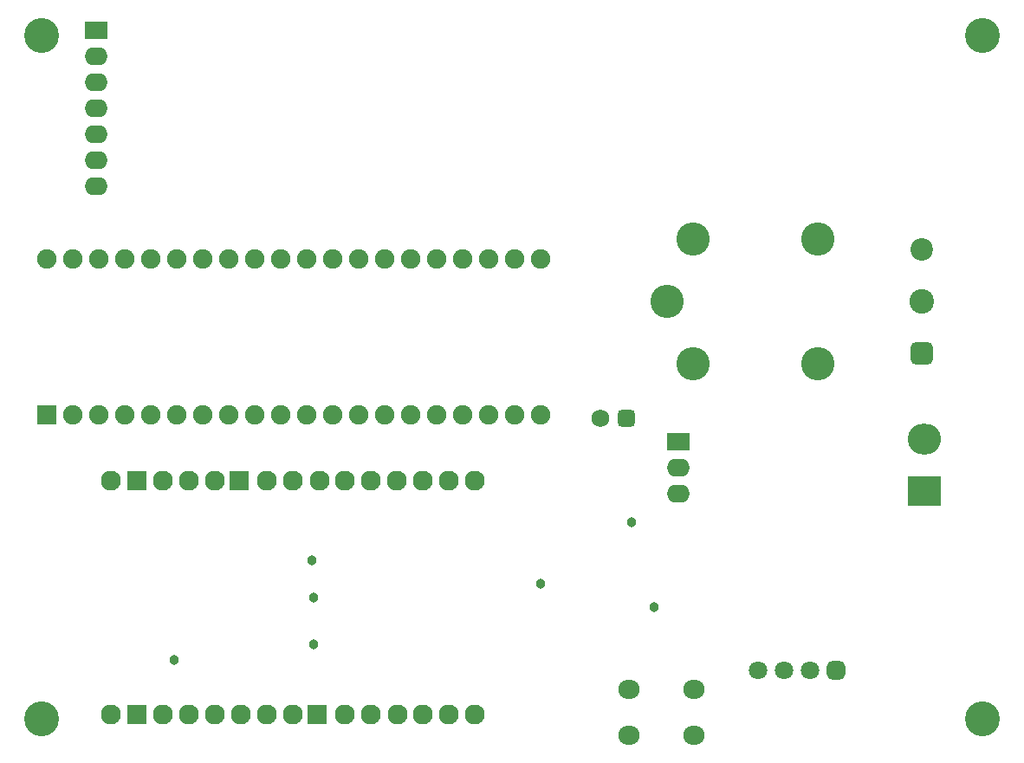
<source format=gbs>
G04*
G04 #@! TF.GenerationSoftware,Altium Limited,Altium Designer,21.3.2 (30)*
G04*
G04 Layer_Color=16711935*
%FSTAX24Y24*%
%MOIN*%
G70*
G04*
G04 #@! TF.SameCoordinates,DBE85665-E0BB-432C-AE5E-D4A4B8DC2BF9*
G04*
G04*
G04 #@! TF.FilePolarity,Negative*
G04*
G01*
G75*
%ADD33C,0.1340*%
%ADD35C,0.0680*%
%ADD36C,0.0770*%
%ADD37R,0.0770X0.0770*%
%ADD38R,0.1280X0.1180*%
%ADD39O,0.1280X0.1180*%
G04:AMPARAMS|DCode=40|XSize=68mil|YSize=68mil|CornerRadius=19mil|HoleSize=0mil|Usage=FLASHONLY|Rotation=180.000|XOffset=0mil|YOffset=0mil|HoleType=Round|Shape=RoundedRectangle|*
%AMROUNDEDRECTD40*
21,1,0.0680,0.0300,0,0,180.0*
21,1,0.0300,0.0680,0,0,180.0*
1,1,0.0380,-0.0150,0.0150*
1,1,0.0380,0.0150,0.0150*
1,1,0.0380,0.0150,-0.0150*
1,1,0.0380,-0.0150,-0.0150*
%
%ADD40ROUNDEDRECTD40*%
%ADD41C,0.0749*%
%ADD42R,0.0749X0.0749*%
G04:AMPARAMS|DCode=43|XSize=71mil|YSize=71mil|CornerRadius=19.7mil|HoleSize=0mil|Usage=FLASHONLY|Rotation=180.000|XOffset=0mil|YOffset=0mil|HoleType=Round|Shape=RoundedRectangle|*
%AMROUNDEDRECTD43*
21,1,0.0710,0.0315,0,0,180.0*
21,1,0.0315,0.0710,0,0,180.0*
1,1,0.0395,-0.0157,0.0157*
1,1,0.0395,0.0157,0.0157*
1,1,0.0395,0.0157,-0.0157*
1,1,0.0395,-0.0157,-0.0157*
%
%ADD43ROUNDEDRECTD43*%
%ADD44C,0.0710*%
%ADD45C,0.0946*%
G04:AMPARAMS|DCode=46|XSize=86.6mil|YSize=86.6mil|CornerRadius=21.7mil|HoleSize=0mil|Usage=FLASHONLY|Rotation=90.000|XOffset=0mil|YOffset=0mil|HoleType=Round|Shape=RoundedRectangle|*
%AMROUNDEDRECTD46*
21,1,0.0866,0.0433,0,0,90.0*
21,1,0.0433,0.0866,0,0,90.0*
1,1,0.0433,0.0217,0.0217*
1,1,0.0433,0.0217,-0.0217*
1,1,0.0433,-0.0217,-0.0217*
1,1,0.0433,-0.0217,0.0217*
%
%ADD46ROUNDEDRECTD46*%
%ADD47C,0.0866*%
%ADD48C,0.1280*%
%ADD49O,0.0830X0.0730*%
%ADD50C,0.0380*%
%ADD69R,0.0880X0.0680*%
%ADD70O,0.0880X0.0680*%
D33*
X01955Y0398D02*
D03*
Y0135D02*
D03*
X05575D02*
D03*
Y0398D02*
D03*
D35*
X04105Y02505D02*
D03*
D36*
X0312Y01365D02*
D03*
X0322D02*
D03*
X03325D02*
D03*
X0342D02*
D03*
X0352D02*
D03*
X0362D02*
D03*
X0292D02*
D03*
X0282D02*
D03*
X0272D02*
D03*
X0242D02*
D03*
X0252D02*
D03*
X0262D02*
D03*
X0222D02*
D03*
X0312Y02265D02*
D03*
X0322D02*
D03*
X0332D02*
D03*
X0342D02*
D03*
X0352D02*
D03*
X0362D02*
D03*
X03025D02*
D03*
X0292D02*
D03*
X0282D02*
D03*
X0242D02*
D03*
X0252D02*
D03*
X0262D02*
D03*
X0222D02*
D03*
D37*
X03015Y01365D02*
D03*
X0232D02*
D03*
X02715Y02265D02*
D03*
X0232D02*
D03*
D38*
X0535Y02225D02*
D03*
D39*
Y02425D02*
D03*
D40*
X04205Y02505D02*
D03*
D41*
X03875Y0252D02*
D03*
Y0312D02*
D03*
X03775Y0252D02*
D03*
Y0312D02*
D03*
X03675Y0252D02*
D03*
Y0312D02*
D03*
X03575Y0252D02*
D03*
Y0312D02*
D03*
X03475Y0252D02*
D03*
Y0312D02*
D03*
X03375Y0252D02*
D03*
Y0312D02*
D03*
X03275Y0252D02*
D03*
Y0312D02*
D03*
X03175Y0252D02*
D03*
Y0312D02*
D03*
X03075Y0252D02*
D03*
Y0312D02*
D03*
X02975Y0252D02*
D03*
Y0312D02*
D03*
X02875Y0252D02*
D03*
Y0312D02*
D03*
X02775Y0252D02*
D03*
Y0312D02*
D03*
X02675Y0252D02*
D03*
Y0312D02*
D03*
X02575Y0252D02*
D03*
Y0312D02*
D03*
X02475Y0252D02*
D03*
Y0312D02*
D03*
X02375Y0252D02*
D03*
Y0312D02*
D03*
X02275Y0252D02*
D03*
Y0312D02*
D03*
X02175Y0252D02*
D03*
Y0312D02*
D03*
X02075Y0252D02*
D03*
Y0312D02*
D03*
X01975D02*
D03*
D42*
Y0252D02*
D03*
D43*
X0501Y01535D02*
D03*
D44*
X0491D02*
D03*
X0481D02*
D03*
X0471D02*
D03*
D45*
X0534Y02955D02*
D03*
D46*
Y02755D02*
D03*
D47*
Y03155D02*
D03*
D48*
X0446Y03195D02*
D03*
X0494Y02715D02*
D03*
X0436Y02955D02*
D03*
X0494Y03195D02*
D03*
X0446Y02715D02*
D03*
D49*
X04214Y01463D02*
D03*
X04215Y01285D02*
D03*
X04465Y01286D02*
D03*
X04464Y01463D02*
D03*
D50*
X04225Y02105D02*
D03*
X0431Y0178D02*
D03*
X02995Y0196D02*
D03*
X029996Y018146D02*
D03*
X03875Y0187D02*
D03*
X02465Y01575D02*
D03*
X03Y01635D02*
D03*
D69*
X02165Y04D02*
D03*
X04405Y02415D02*
D03*
D70*
X02165Y039D02*
D03*
Y038D02*
D03*
Y037D02*
D03*
Y036D02*
D03*
Y035D02*
D03*
Y034D02*
D03*
X04405Y02215D02*
D03*
Y02315D02*
D03*
M02*

</source>
